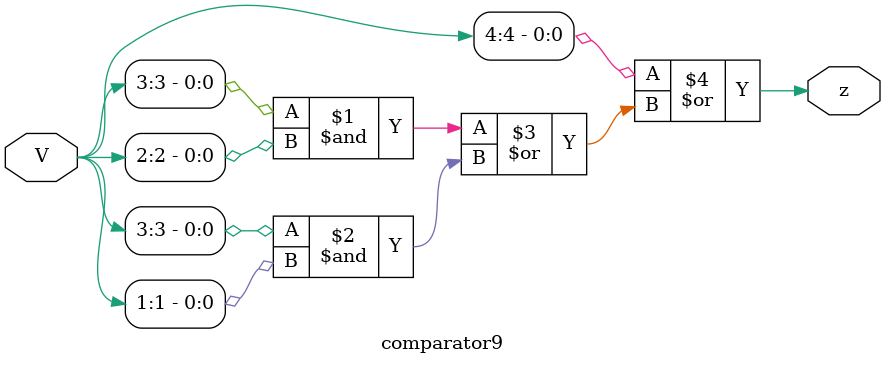
<source format=v>
module comparator9 (V, z);
  input [4:0] V;
  output z;
  assign z = V[4] | ((V[3] & V[2]) | (V[3] & V[1]));
endmodule
</source>
